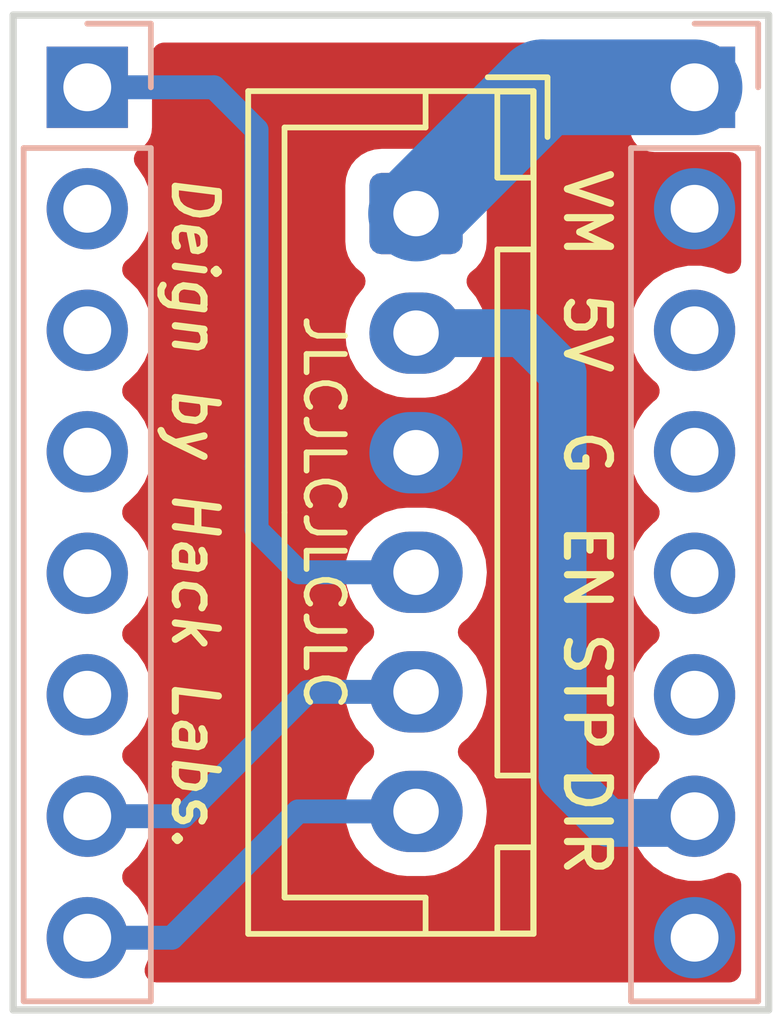
<source format=kicad_pcb>
(kicad_pcb (version 20171130) (host pcbnew "(5.1.6)-1")

  (general
    (thickness 1.6)
    (drawings 12)
    (tracks 34)
    (zones 0)
    (modules 3)
    (nets 16)
  )

  (page A4)
  (layers
    (0 F.Cu signal)
    (31 B.Cu signal)
    (32 B.Adhes user)
    (33 F.Adhes user)
    (34 B.Paste user)
    (35 F.Paste user)
    (36 B.SilkS user)
    (37 F.SilkS user)
    (38 B.Mask user)
    (39 F.Mask user)
    (40 Dwgs.User user)
    (41 Cmts.User user)
    (42 Eco1.User user)
    (43 Eco2.User user)
    (44 Edge.Cuts user)
    (45 Margin user)
    (46 B.CrtYd user hide)
    (47 F.CrtYd user hide)
    (48 B.Fab user)
    (49 F.Fab user hide)
  )

  (setup
    (last_trace_width 0.8)
    (user_trace_width 0.254)
    (user_trace_width 0.3)
    (user_trace_width 0.5)
    (user_trace_width 0.6)
    (user_trace_width 0.8)
    (user_trace_width 1)
    (user_trace_width 2)
    (user_trace_width 2.5)
    (trace_clearance 0.2)
    (zone_clearance 0.5)
    (zone_45_only no)
    (trace_min 0.2)
    (via_size 0.8)
    (via_drill 0.4)
    (via_min_size 0.4)
    (via_min_drill 0.3)
    (user_via 0.8 0.4)
    (user_via 1 0.5)
    (user_via 1.2 0.6)
    (uvia_size 0.3)
    (uvia_drill 0.1)
    (uvias_allowed no)
    (uvia_min_size 0.2)
    (uvia_min_drill 0.1)
    (edge_width 0.15)
    (segment_width 0.2)
    (pcb_text_width 0.3)
    (pcb_text_size 1.5 1.5)
    (mod_edge_width 0.15)
    (mod_text_size 1 1)
    (mod_text_width 0.15)
    (pad_size 1.7 1.95)
    (pad_drill 0.95)
    (pad_to_mask_clearance 0.2)
    (aux_axis_origin 0 0)
    (visible_elements 7FFFFF7F)
    (pcbplotparams
      (layerselection 0x010ff_ffffffff)
      (usegerberextensions false)
      (usegerberattributes false)
      (usegerberadvancedattributes false)
      (creategerberjobfile false)
      (excludeedgelayer true)
      (linewidth 0.100000)
      (plotframeref true)
      (viasonmask false)
      (mode 1)
      (useauxorigin false)
      (hpglpennumber 1)
      (hpglpenspeed 20)
      (hpglpendiameter 15.000000)
      (psnegative false)
      (psa4output false)
      (plotreference true)
      (plotvalue false)
      (plotinvisibletext false)
      (padsonsilk false)
      (subtractmaskfromsilk false)
      (outputformat 1)
      (mirror false)
      (drillshape 0)
      (scaleselection 1)
      (outputdirectory "转接板_Gerber/"))
  )

  (net 0 "")
  (net 1 /DIR)
  (net 2 "Net-(P1-Pad2)")
  (net 3 "Net-(P1-Pad3)")
  (net 4 "Net-(P1-Pad4)")
  (net 5 "Net-(P1-Pad5)")
  (net 6 "Net-(P1-Pad6)")
  (net 7 /STEP)
  (net 8 /EN)
  (net 9 /V_MOT)
  (net 10 /VDD)
  (net 11 "Net-(P2-Pad6)")
  (net 12 "Net-(P2-Pad5)")
  (net 13 "Net-(P2-Pad4)")
  (net 14 "Net-(P2-Pad3)")
  (net 15 /GND)

  (net_class Default 这是默认网络组.
    (clearance 0.2)
    (trace_width 0.28)
    (via_dia 0.8)
    (via_drill 0.4)
    (uvia_dia 0.3)
    (uvia_drill 0.1)
    (add_net /DIR)
    (add_net /EN)
    (add_net /GND)
    (add_net /STEP)
    (add_net /VDD)
    (add_net /V_MOT)
    (add_net "Net-(P1-Pad2)")
    (add_net "Net-(P1-Pad3)")
    (add_net "Net-(P1-Pad4)")
    (add_net "Net-(P1-Pad5)")
    (add_net "Net-(P1-Pad6)")
    (add_net "Net-(P2-Pad3)")
    (add_net "Net-(P2-Pad4)")
    (add_net "Net-(P2-Pad5)")
    (add_net "Net-(P2-Pad6)")
  )

  (module Connector_JST:JST_XH_B6B-XH-A_1x06_P2.50mm_Vertical (layer F.Cu) (tedit 5F34E793) (tstamp 5F354069)
    (at 100.525 93.75 270)
    (descr "JST XH series connector, B6B-XH-A (http://www.jst-mfg.com/product/pdf/eng/eXH.pdf), generated with kicad-footprint-generator")
    (tags "connector JST XH vertical")
    (path /5F350870)
    (fp_text reference J1 (at 6.25 -3.55 270) (layer F.SilkS) hide
      (effects (font (size 1 1) (thickness 0.15)))
    )
    (fp_text value Conn_01x06_Male (at 6.25 4.6 270) (layer F.Fab) hide
      (effects (font (size 1 1) (thickness 0.15)))
    )
    (fp_line (start -2.85 -2.75) (end -2.85 -1.5) (layer F.SilkS) (width 0.12))
    (fp_line (start -1.6 -2.75) (end -2.85 -2.75) (layer F.SilkS) (width 0.12))
    (fp_line (start 14.3 2.75) (end 6.25 2.75) (layer F.SilkS) (width 0.12))
    (fp_line (start 14.3 -0.2) (end 14.3 2.75) (layer F.SilkS) (width 0.12))
    (fp_line (start 15.05 -0.2) (end 14.3 -0.2) (layer F.SilkS) (width 0.12))
    (fp_line (start -1.8 2.75) (end 6.25 2.75) (layer F.SilkS) (width 0.12))
    (fp_line (start -1.8 -0.2) (end -1.8 2.75) (layer F.SilkS) (width 0.12))
    (fp_line (start -2.55 -0.2) (end -1.8 -0.2) (layer F.SilkS) (width 0.12))
    (fp_line (start 15.05 -2.45) (end 13.25 -2.45) (layer F.SilkS) (width 0.12))
    (fp_line (start 15.05 -1.7) (end 15.05 -2.45) (layer F.SilkS) (width 0.12))
    (fp_line (start 13.25 -1.7) (end 15.05 -1.7) (layer F.SilkS) (width 0.12))
    (fp_line (start 13.25 -2.45) (end 13.25 -1.7) (layer F.SilkS) (width 0.12))
    (fp_line (start -0.75 -2.45) (end -2.55 -2.45) (layer F.SilkS) (width 0.12))
    (fp_line (start -0.75 -1.7) (end -0.75 -2.45) (layer F.SilkS) (width 0.12))
    (fp_line (start -2.55 -1.7) (end -0.75 -1.7) (layer F.SilkS) (width 0.12))
    (fp_line (start -2.55 -2.45) (end -2.55 -1.7) (layer F.SilkS) (width 0.12))
    (fp_line (start 11.75 -2.45) (end 0.75 -2.45) (layer F.SilkS) (width 0.12))
    (fp_line (start 11.75 -1.7) (end 11.75 -2.45) (layer F.SilkS) (width 0.12))
    (fp_line (start 0.75 -1.7) (end 11.75 -1.7) (layer F.SilkS) (width 0.12))
    (fp_line (start 0.75 -2.45) (end 0.75 -1.7) (layer F.SilkS) (width 0.12))
    (fp_line (start 0 -1.35) (end 0.625 -2.35) (layer F.Fab) (width 0.1))
    (fp_line (start -0.625 -2.35) (end 0 -1.35) (layer F.Fab) (width 0.1))
    (fp_line (start 15.45 -2.85) (end -2.95 -2.85) (layer F.CrtYd) (width 0.05))
    (fp_line (start 15.45 3.9) (end 15.45 -2.85) (layer F.CrtYd) (width 0.05))
    (fp_line (start -2.95 3.9) (end 15.45 3.9) (layer F.CrtYd) (width 0.05))
    (fp_line (start -2.95 -2.85) (end -2.95 3.9) (layer F.CrtYd) (width 0.05))
    (fp_line (start 15.06 -2.46) (end -2.56 -2.46) (layer F.SilkS) (width 0.12))
    (fp_line (start 15.06 3.51) (end 15.06 -2.46) (layer F.SilkS) (width 0.12))
    (fp_line (start -2.56 3.51) (end 15.06 3.51) (layer F.SilkS) (width 0.12))
    (fp_line (start -2.56 -2.46) (end -2.56 3.51) (layer F.SilkS) (width 0.12))
    (fp_line (start 14.95 -2.35) (end -2.45 -2.35) (layer F.Fab) (width 0.1))
    (fp_line (start 14.95 3.4) (end 14.95 -2.35) (layer F.Fab) (width 0.1))
    (fp_line (start -2.45 3.4) (end 14.95 3.4) (layer F.Fab) (width 0.1))
    (fp_line (start -2.45 -2.35) (end -2.45 3.4) (layer F.Fab) (width 0.1))
    (fp_text user %R (at 6.25 2.7 270) (layer F.Fab) hide
      (effects (font (size 1 1) (thickness 0.15)))
    )
    (pad 1 thru_hole roundrect (at 0 0 270) (size 1.7 1.95) (drill 0.95) (layers *.Cu *.Mask) (roundrect_rratio 0.147)
      (net 9 /V_MOT))
    (pad 2 thru_hole oval (at 2.5 0 270) (size 1.7 1.95) (drill 0.95) (layers *.Cu *.Mask)
      (net 10 /VDD))
    (pad 3 thru_hole oval (at 5 0 270) (size 1.7 1.95) (drill 0.95) (layers *.Cu *.Mask)
      (net 15 /GND))
    (pad 4 thru_hole oval (at 7.5 0 270) (size 1.7 1.95) (drill 0.95) (layers *.Cu *.Mask)
      (net 8 /EN))
    (pad 5 thru_hole oval (at 10 0 270) (size 1.7 1.95) (drill 0.95) (layers *.Cu *.Mask)
      (net 7 /STEP))
    (pad 6 thru_hole oval (at 12.5 0 270) (size 1.7 1.95) (drill 0.95) (layers *.Cu *.Mask)
      (net 1 /DIR))
    (model ${KISYS3DMOD}/Connector_JST.3dshapes/JST_XH_B6B-XH-A_1x06_P2.50mm_Vertical.wrl
      (at (xyz 0 0 0))
      (scale (xyz 1 1 1))
      (rotate (xyz 0 0 0))
    )
  )

  (module Connector_PinHeader_2.54mm:PinHeader_1x08_P2.54mm_Vertical (layer B.Cu) (tedit 59FED5CC) (tstamp 5F354085)
    (at 93.65 91.11 180)
    (descr "Through hole straight pin header, 1x08, 2.54mm pitch, single row")
    (tags "Through hole pin header THT 1x08 2.54mm single row")
    (path /5E21657D)
    (fp_text reference P1 (at 0 2.33 180) (layer B.SilkS) hide
      (effects (font (size 1 1) (thickness 0.15)) (justify mirror))
    )
    (fp_text value Conn_01x08_Male (at 0 -20.11 180) (layer B.Fab) hide
      (effects (font (size 1 1) (thickness 0.15)) (justify mirror))
    )
    (fp_line (start 1.8 1.8) (end -1.8 1.8) (layer B.CrtYd) (width 0.05))
    (fp_line (start 1.8 -19.55) (end 1.8 1.8) (layer B.CrtYd) (width 0.05))
    (fp_line (start -1.8 -19.55) (end 1.8 -19.55) (layer B.CrtYd) (width 0.05))
    (fp_line (start -1.8 1.8) (end -1.8 -19.55) (layer B.CrtYd) (width 0.05))
    (fp_line (start -1.33 1.33) (end 0 1.33) (layer B.SilkS) (width 0.12))
    (fp_line (start -1.33 0) (end -1.33 1.33) (layer B.SilkS) (width 0.12))
    (fp_line (start -1.33 -1.27) (end 1.33 -1.27) (layer B.SilkS) (width 0.12))
    (fp_line (start 1.33 -1.27) (end 1.33 -19.11) (layer B.SilkS) (width 0.12))
    (fp_line (start -1.33 -1.27) (end -1.33 -19.11) (layer B.SilkS) (width 0.12))
    (fp_line (start -1.33 -19.11) (end 1.33 -19.11) (layer B.SilkS) (width 0.12))
    (fp_line (start -1.27 0.635) (end -0.635 1.27) (layer B.Fab) (width 0.1))
    (fp_line (start -1.27 -19.05) (end -1.27 0.635) (layer B.Fab) (width 0.1))
    (fp_line (start 1.27 -19.05) (end -1.27 -19.05) (layer B.Fab) (width 0.1))
    (fp_line (start 1.27 1.27) (end 1.27 -19.05) (layer B.Fab) (width 0.1))
    (fp_line (start -0.635 1.27) (end 1.27 1.27) (layer B.Fab) (width 0.1))
    (fp_text user %R (at 0 -8.89 90) (layer B.Fab)
      (effects (font (size 1 1) (thickness 0.15)) (justify mirror))
    )
    (pad 1 thru_hole rect (at 0 0 180) (size 1.7 1.7) (drill 1) (layers *.Cu *.Mask)
      (net 8 /EN))
    (pad 2 thru_hole oval (at 0 -2.54 180) (size 1.7 1.7) (drill 1) (layers *.Cu *.Mask)
      (net 2 "Net-(P1-Pad2)"))
    (pad 3 thru_hole oval (at 0 -5.08 180) (size 1.7 1.7) (drill 1) (layers *.Cu *.Mask)
      (net 3 "Net-(P1-Pad3)"))
    (pad 4 thru_hole oval (at 0 -7.62 180) (size 1.7 1.7) (drill 1) (layers *.Cu *.Mask)
      (net 4 "Net-(P1-Pad4)"))
    (pad 5 thru_hole oval (at 0 -10.16 180) (size 1.7 1.7) (drill 1) (layers *.Cu *.Mask)
      (net 5 "Net-(P1-Pad5)"))
    (pad 6 thru_hole oval (at 0 -12.7 180) (size 1.7 1.7) (drill 1) (layers *.Cu *.Mask)
      (net 6 "Net-(P1-Pad6)"))
    (pad 7 thru_hole oval (at 0 -15.24 180) (size 1.7 1.7) (drill 1) (layers *.Cu *.Mask)
      (net 7 /STEP))
    (pad 8 thru_hole oval (at 0 -17.78 180) (size 1.7 1.7) (drill 1) (layers *.Cu *.Mask)
      (net 1 /DIR))
    (model ${KISYS3DMOD}/Connector_PinHeader_2.54mm.3dshapes/PinHeader_1x08_P2.54mm_Vertical.wrl
      (at (xyz 0 0 0))
      (scale (xyz 1 1 1))
      (rotate (xyz 0 0 0))
    )
  )

  (module Connector_PinHeader_2.54mm:PinHeader_1x08_P2.54mm_Vertical (layer B.Cu) (tedit 59FED5CC) (tstamp 5F3540A1)
    (at 106.35 91.11 180)
    (descr "Through hole straight pin header, 1x08, 2.54mm pitch, single row")
    (tags "Through hole pin header THT 1x08 2.54mm single row")
    (path /5F34E30B)
    (fp_text reference P2 (at 0 2.33 180) (layer B.SilkS) hide
      (effects (font (size 1 1) (thickness 0.15)) (justify mirror))
    )
    (fp_text value Conn_01x08_Male (at 0 -20.11 180) (layer B.Fab) hide
      (effects (font (size 1 1) (thickness 0.15)) (justify mirror))
    )
    (fp_text user %R (at 0 -8.89 90) (layer B.Fab)
      (effects (font (size 1 1) (thickness 0.15)) (justify mirror))
    )
    (fp_line (start -0.635 1.27) (end 1.27 1.27) (layer B.Fab) (width 0.1))
    (fp_line (start 1.27 1.27) (end 1.27 -19.05) (layer B.Fab) (width 0.1))
    (fp_line (start 1.27 -19.05) (end -1.27 -19.05) (layer B.Fab) (width 0.1))
    (fp_line (start -1.27 -19.05) (end -1.27 0.635) (layer B.Fab) (width 0.1))
    (fp_line (start -1.27 0.635) (end -0.635 1.27) (layer B.Fab) (width 0.1))
    (fp_line (start -1.33 -19.11) (end 1.33 -19.11) (layer B.SilkS) (width 0.12))
    (fp_line (start -1.33 -1.27) (end -1.33 -19.11) (layer B.SilkS) (width 0.12))
    (fp_line (start 1.33 -1.27) (end 1.33 -19.11) (layer B.SilkS) (width 0.12))
    (fp_line (start -1.33 -1.27) (end 1.33 -1.27) (layer B.SilkS) (width 0.12))
    (fp_line (start -1.33 0) (end -1.33 1.33) (layer B.SilkS) (width 0.12))
    (fp_line (start -1.33 1.33) (end 0 1.33) (layer B.SilkS) (width 0.12))
    (fp_line (start -1.8 1.8) (end -1.8 -19.55) (layer B.CrtYd) (width 0.05))
    (fp_line (start -1.8 -19.55) (end 1.8 -19.55) (layer B.CrtYd) (width 0.05))
    (fp_line (start 1.8 -19.55) (end 1.8 1.8) (layer B.CrtYd) (width 0.05))
    (fp_line (start 1.8 1.8) (end -1.8 1.8) (layer B.CrtYd) (width 0.05))
    (pad 8 thru_hole oval (at 0 -17.78 180) (size 1.7 1.7) (drill 1) (layers *.Cu *.Mask)
      (net 15 /GND))
    (pad 7 thru_hole oval (at 0 -15.24 180) (size 1.7 1.7) (drill 1) (layers *.Cu *.Mask)
      (net 10 /VDD))
    (pad 6 thru_hole oval (at 0 -12.7 180) (size 1.7 1.7) (drill 1) (layers *.Cu *.Mask)
      (net 11 "Net-(P2-Pad6)"))
    (pad 5 thru_hole oval (at 0 -10.16 180) (size 1.7 1.7) (drill 1) (layers *.Cu *.Mask)
      (net 12 "Net-(P2-Pad5)"))
    (pad 4 thru_hole oval (at 0 -7.62 180) (size 1.7 1.7) (drill 1) (layers *.Cu *.Mask)
      (net 13 "Net-(P2-Pad4)"))
    (pad 3 thru_hole oval (at 0 -5.08 180) (size 1.7 1.7) (drill 1) (layers *.Cu *.Mask)
      (net 14 "Net-(P2-Pad3)"))
    (pad 2 thru_hole oval (at 0 -2.54 180) (size 1.7 1.7) (drill 1) (layers *.Cu *.Mask)
      (net 15 /GND))
    (pad 1 thru_hole rect (at 0 0 180) (size 1.7 1.7) (drill 1) (layers *.Cu *.Mask)
      (net 9 /V_MOT))
    (model ${KISYS3DMOD}/Connector_PinHeader_2.54mm.3dshapes/PinHeader_1x08_P2.54mm_Vertical.wrl
      (at (xyz 0 0 0))
      (scale (xyz 1 1 1))
      (rotate (xyz 0 0 0))
    )
  )

  (gr_text "Deign by Hack Labs." (at 95.9 100 270) (layer F.SilkS) (tstamp 5F355A23)
    (effects (font (size 0.9 0.9) (thickness 0.15) italic))
  )
  (gr_text DIR (at 104.1 106.45 270) (layer F.SilkS) (tstamp 5F35578B)
    (effects (font (size 0.9 0.9) (thickness 0.15)))
  )
  (gr_text STP (at 104.1 103.75 270) (layer F.SilkS) (tstamp 5F355789)
    (effects (font (size 0.9 0.9) (thickness 0.15)))
  )
  (gr_text EN (at 104.1 101.15 270) (layer F.SilkS) (tstamp 5F355787)
    (effects (font (size 0.9 0.9) (thickness 0.15)))
  )
  (gr_text G (at 104.1 98.75 270) (layer F.SilkS) (tstamp 5F35577D)
    (effects (font (size 0.9 0.9) (thickness 0.15)))
  )
  (gr_text 5V (at 104.1 96.25 270) (layer F.SilkS) (tstamp 5F355779)
    (effects (font (size 0.9 0.9) (thickness 0.15)))
  )
  (gr_text VM (at 104.1 93.75 270) (layer F.SilkS)
    (effects (font (size 0.9 0.9) (thickness 0.15)))
  )
  (gr_line (start 107.9 89.6) (end 92.1 89.6) (angle 90) (layer Edge.Cuts) (width 0.15))
  (gr_line (start 107.9 110.4) (end 107.9 89.6) (angle 90) (layer Edge.Cuts) (width 0.15))
  (gr_line (start 92.1 110.4) (end 107.9 110.4) (angle 90) (layer Edge.Cuts) (width 0.15))
  (gr_line (start 92.1 89.6) (end 92.1 110.4) (angle 90) (layer Edge.Cuts) (width 0.15))
  (gr_text JLCJLCJLCJLC (at 98.6 100 270) (layer F.SilkS)
    (effects (font (size 0.8 0.8) (thickness 0.12)))
  )

  (segment (start 93.65 108.89) (end 95.42 108.89) (width 0.5) (layer B.Cu) (net 1) (status 400000))
  (segment (start 95.42 108.89) (end 98.06 106.25) (width 0.5) (layer B.Cu) (net 1) (tstamp 5F3556B3))
  (segment (start 100.525 106.25) (end 98.06 106.25) (width 0.5) (layer B.Cu) (net 1) (status 400000))
  (segment (start 98.26 103.75) (end 100.525 103.75) (width 0.5) (layer B.Cu) (net 7) (tstamp 5F3555B8) (status 800000))
  (segment (start 93.65 106.35) (end 95.66 106.35) (width 0.5) (layer B.Cu) (net 7) (status 400000))
  (segment (start 95.66 106.35) (end 98.26 103.75) (width 0.5) (layer B.Cu) (net 7) (tstamp 5F3556AE))
  (segment (start 97.19 92.27) (end 97.19 99.03) (width 0.5) (layer B.Cu) (net 8) (tstamp 5F3555AC))
  (segment (start 97.19 99.03) (end 97.19 100.36) (width 0.5) (layer B.Cu) (net 8))
  (segment (start 98.08 101.25) (end 100.525 101.25) (width 0.5) (layer B.Cu) (net 8) (tstamp 5F3555B4) (status 800000))
  (segment (start 97.19 100.36) (end 98.08 101.25) (width 0.5) (layer B.Cu) (net 8) (tstamp 5F3555B3))
  (segment (start 93.65 91.11) (end 96.3 91.11) (width 0.5) (layer B.Cu) (net 8) (status 400000))
  (segment (start 97.19 92) (end 97.19 92.27) (width 0.5) (layer B.Cu) (net 8) (tstamp 5F3556BC))
  (segment (start 96.3 91.11) (end 97.19 92) (width 0.5) (layer B.Cu) (net 8) (tstamp 5F3556BB))
  (segment (start 106.35 91.11) (end 103.165 91.11) (width 2) (layer B.Cu) (net 9) (status 400000))
  (segment (start 103.165 91.11) (end 100.525 93.75) (width 2) (layer B.Cu) (net 9) (tstamp 5F3556C5) (status 800000))
  (segment (start 100.525 96.25) (end 102.75 96.25) (width 1) (layer B.Cu) (net 10) (status 400000))
  (segment (start 104.54 106.49) (end 106.35 106.49) (width 1) (layer B.Cu) (net 10) (tstamp 5F3555C8) (status 800000))
  (segment (start 103.59 105.54) (end 104.54 106.49) (width 1) (layer B.Cu) (net 10) (tstamp 5F3555C7))
  (segment (start 103.59 97.09) (end 103.59 105.54) (width 1) (layer B.Cu) (net 10) (tstamp 5F3555C6))
  (segment (start 102.75 96.25) (end 103.59 97.09) (width 1) (layer B.Cu) (net 10) (tstamp 5F3555C5))
  (segment (start 103.45 96.74) (end 103.45 97.44) (width 0.8) (layer F.Cu) (net 15))
  (segment (start 103.45 97.44) (end 103.45 98.15) (width 0.8) (layer F.Cu) (net 15) (tstamp 5F3555DA))
  (segment (start 103.45 98.15) (end 102.85 98.75) (width 0.8) (layer F.Cu) (net 15) (tstamp 5F3555D6))
  (segment (start 102.85 98.75) (end 100.525 98.75) (width 0.8) (layer F.Cu) (net 15) (tstamp 5F3555D7) (status 800000))
  (segment (start 103.45 97.44) (end 103.45 100.64) (width 0.8) (layer F.Cu) (net 15))
  (segment (start 103.45 100.64) (end 103.45 104.94) (width 0.8) (layer F.Cu) (net 15) (tstamp 5F3556C9))
  (segment (start 103.45 104.94) (end 103.45 108.2) (width 0.8) (layer F.Cu) (net 15))
  (segment (start 104.28 109.03) (end 106.35 109.03) (width 0.8) (layer F.Cu) (net 15) (tstamp 5F3555E3) (status 800000))
  (segment (start 103.45 108.2) (end 104.28 109.03) (width 0.8) (layer F.Cu) (net 15) (tstamp 5F3555E2))
  (segment (start 103.45 96.74) (end 103.45 94.39) (width 0.8) (layer F.Cu) (net 15))
  (segment (start 106.35 93.65) (end 104.19 93.65) (width 0.8) (layer F.Cu) (net 15) (status 400000))
  (segment (start 104.19 93.65) (end 103.45 94.39) (width 0.8) (layer F.Cu) (net 15) (tstamp 5F3556C1))
  (segment (start 103.45 100.64) (end 103.45 99.35) (width 0.8) (layer F.Cu) (net 15))
  (segment (start 103.45 99.35) (end 102.85 98.75) (width 0.8) (layer F.Cu) (net 15) (tstamp 5F3556CB))

  (zone (net 15) (net_name /GND) (layer F.Cu) (tstamp 5F3556CE) (hatch edge 0.508)
    (connect_pads yes (clearance 0.5))
    (min_thickness 0.5)
    (fill yes (arc_segments 32) (thermal_gap 0.42) (thermal_bridge_width 0.6))
    (polygon
      (pts
        (xy 107.9 110.4) (xy 92.1 110.4) (xy 92.1 89.6) (xy 107.9 89.6)
      )
    )
    (filled_polygon
      (pts
        (xy 104.746372 91.96) (xy 104.760853 92.107026) (xy 104.803739 92.248401) (xy 104.873381 92.378693) (xy 104.967105 92.492895)
        (xy 105.081307 92.586619) (xy 105.211599 92.656261) (xy 105.352974 92.699147) (xy 105.5 92.713628) (xy 107.075001 92.713628)
        (xy 107.075001 94.758477) (xy 106.816703 94.651487) (xy 106.507586 94.59) (xy 106.192414 94.59) (xy 105.883297 94.651487)
        (xy 105.592116 94.772098) (xy 105.330059 94.947199) (xy 105.107199 95.170059) (xy 104.932098 95.432116) (xy 104.811487 95.723297)
        (xy 104.75 96.032414) (xy 104.75 96.347586) (xy 104.811487 96.656703) (xy 104.932098 96.947884) (xy 105.107199 97.209941)
        (xy 105.330059 97.432801) (xy 105.370765 97.46) (xy 105.330059 97.487199) (xy 105.107199 97.710059) (xy 104.932098 97.972116)
        (xy 104.811487 98.263297) (xy 104.75 98.572414) (xy 104.75 98.887586) (xy 104.811487 99.196703) (xy 104.932098 99.487884)
        (xy 105.107199 99.749941) (xy 105.330059 99.972801) (xy 105.370765 100) (xy 105.330059 100.027199) (xy 105.107199 100.250059)
        (xy 104.932098 100.512116) (xy 104.811487 100.803297) (xy 104.75 101.112414) (xy 104.75 101.427586) (xy 104.811487 101.736703)
        (xy 104.932098 102.027884) (xy 105.107199 102.289941) (xy 105.330059 102.512801) (xy 105.370765 102.54) (xy 105.330059 102.567199)
        (xy 105.107199 102.790059) (xy 104.932098 103.052116) (xy 104.811487 103.343297) (xy 104.75 103.652414) (xy 104.75 103.967586)
        (xy 104.811487 104.276703) (xy 104.932098 104.567884) (xy 105.107199 104.829941) (xy 105.330059 105.052801) (xy 105.370765 105.08)
        (xy 105.330059 105.107199) (xy 105.107199 105.330059) (xy 104.932098 105.592116) (xy 104.811487 105.883297) (xy 104.75 106.192414)
        (xy 104.75 106.507586) (xy 104.811487 106.816703) (xy 104.932098 107.107884) (xy 105.107199 107.369941) (xy 105.330059 107.592801)
        (xy 105.592116 107.767902) (xy 105.883297 107.888513) (xy 106.192414 107.95) (xy 106.507586 107.95) (xy 106.816703 107.888513)
        (xy 107.075 107.781523) (xy 107.075 109.575) (xy 95.098092 109.575) (xy 95.188513 109.356703) (xy 95.25 109.047586)
        (xy 95.25 108.732414) (xy 95.188513 108.423297) (xy 95.067902 108.132116) (xy 94.892801 107.870059) (xy 94.669941 107.647199)
        (xy 94.629235 107.62) (xy 94.669941 107.592801) (xy 94.892801 107.369941) (xy 95.067902 107.107884) (xy 95.188513 106.816703)
        (xy 95.25 106.507586) (xy 95.25 106.192414) (xy 95.188513 105.883297) (xy 95.067902 105.592116) (xy 94.892801 105.330059)
        (xy 94.669941 105.107199) (xy 94.629235 105.08) (xy 94.669941 105.052801) (xy 94.892801 104.829941) (xy 95.067902 104.567884)
        (xy 95.188513 104.276703) (xy 95.25 103.967586) (xy 95.25 103.652414) (xy 95.188513 103.343297) (xy 95.067902 103.052116)
        (xy 94.892801 102.790059) (xy 94.669941 102.567199) (xy 94.629235 102.54) (xy 94.669941 102.512801) (xy 94.892801 102.289941)
        (xy 95.067902 102.027884) (xy 95.188513 101.736703) (xy 95.25 101.427586) (xy 95.25 101.25) (xy 98.792259 101.25)
        (xy 98.823151 101.563655) (xy 98.914641 101.865256) (xy 99.063212 102.143213) (xy 99.263155 102.386845) (xy 99.401035 102.5)
        (xy 99.263155 102.613155) (xy 99.063212 102.856787) (xy 98.914641 103.134744) (xy 98.823151 103.436345) (xy 98.792259 103.75)
        (xy 98.823151 104.063655) (xy 98.914641 104.365256) (xy 99.063212 104.643213) (xy 99.263155 104.886845) (xy 99.401035 105)
        (xy 99.263155 105.113155) (xy 99.063212 105.356787) (xy 98.914641 105.634744) (xy 98.823151 105.936345) (xy 98.792259 106.25)
        (xy 98.823151 106.563655) (xy 98.914641 106.865256) (xy 99.063212 107.143213) (xy 99.263155 107.386845) (xy 99.506787 107.586788)
        (xy 99.784744 107.735359) (xy 100.086345 107.826849) (xy 100.321403 107.85) (xy 100.728597 107.85) (xy 100.963655 107.826849)
        (xy 101.265256 107.735359) (xy 101.543213 107.586788) (xy 101.786845 107.386845) (xy 101.986788 107.143213) (xy 102.135359 106.865256)
        (xy 102.226849 106.563655) (xy 102.257741 106.25) (xy 102.226849 105.936345) (xy 102.135359 105.634744) (xy 101.986788 105.356787)
        (xy 101.786845 105.113155) (xy 101.648965 105) (xy 101.786845 104.886845) (xy 101.986788 104.643213) (xy 102.135359 104.365256)
        (xy 102.226849 104.063655) (xy 102.257741 103.75) (xy 102.226849 103.436345) (xy 102.135359 103.134744) (xy 101.986788 102.856787)
        (xy 101.786845 102.613155) (xy 101.648965 102.5) (xy 101.786845 102.386845) (xy 101.986788 102.143213) (xy 102.135359 101.865256)
        (xy 102.226849 101.563655) (xy 102.257741 101.25) (xy 102.226849 100.936345) (xy 102.135359 100.634744) (xy 101.986788 100.356787)
        (xy 101.786845 100.113155) (xy 101.543213 99.913212) (xy 101.265256 99.764641) (xy 100.963655 99.673151) (xy 100.728597 99.65)
        (xy 100.321403 99.65) (xy 100.086345 99.673151) (xy 99.784744 99.764641) (xy 99.506787 99.913212) (xy 99.263155 100.113155)
        (xy 99.063212 100.356787) (xy 98.914641 100.634744) (xy 98.823151 100.936345) (xy 98.792259 101.25) (xy 95.25 101.25)
        (xy 95.25 101.112414) (xy 95.188513 100.803297) (xy 95.067902 100.512116) (xy 94.892801 100.250059) (xy 94.669941 100.027199)
        (xy 94.629235 100) (xy 94.669941 99.972801) (xy 94.892801 99.749941) (xy 95.067902 99.487884) (xy 95.188513 99.196703)
        (xy 95.25 98.887586) (xy 95.25 98.572414) (xy 95.188513 98.263297) (xy 95.067902 97.972116) (xy 94.892801 97.710059)
        (xy 94.669941 97.487199) (xy 94.629235 97.46) (xy 94.669941 97.432801) (xy 94.892801 97.209941) (xy 95.067902 96.947884)
        (xy 95.188513 96.656703) (xy 95.25 96.347586) (xy 95.25 96.25) (xy 98.792259 96.25) (xy 98.823151 96.563655)
        (xy 98.914641 96.865256) (xy 99.063212 97.143213) (xy 99.263155 97.386845) (xy 99.506787 97.586788) (xy 99.784744 97.735359)
        (xy 100.086345 97.826849) (xy 100.321403 97.85) (xy 100.728597 97.85) (xy 100.963655 97.826849) (xy 101.265256 97.735359)
        (xy 101.543213 97.586788) (xy 101.786845 97.386845) (xy 101.986788 97.143213) (xy 102.135359 96.865256) (xy 102.226849 96.563655)
        (xy 102.257741 96.25) (xy 102.226849 95.936345) (xy 102.135359 95.634744) (xy 101.986788 95.356787) (xy 101.830198 95.165981)
        (xy 101.959701 95.059701) (xy 102.084503 94.90763) (xy 102.177239 94.734134) (xy 102.234345 94.545879) (xy 102.253628 94.3501)
        (xy 102.253628 93.1499) (xy 102.234345 92.954121) (xy 102.177239 92.765866) (xy 102.084503 92.59237) (xy 101.959701 92.440299)
        (xy 101.80763 92.315497) (xy 101.634134 92.222761) (xy 101.445879 92.165655) (xy 101.2501 92.146372) (xy 99.7999 92.146372)
        (xy 99.604121 92.165655) (xy 99.415866 92.222761) (xy 99.24237 92.315497) (xy 99.090299 92.440299) (xy 98.965497 92.59237)
        (xy 98.872761 92.765866) (xy 98.815655 92.954121) (xy 98.796372 93.1499) (xy 98.796372 94.3501) (xy 98.815655 94.545879)
        (xy 98.872761 94.734134) (xy 98.965497 94.90763) (xy 99.090299 95.059701) (xy 99.219802 95.165981) (xy 99.063212 95.356787)
        (xy 98.914641 95.634744) (xy 98.823151 95.936345) (xy 98.792259 96.25) (xy 95.25 96.25) (xy 95.25 96.032414)
        (xy 95.188513 95.723297) (xy 95.067902 95.432116) (xy 94.892801 95.170059) (xy 94.669941 94.947199) (xy 94.629235 94.92)
        (xy 94.669941 94.892801) (xy 94.892801 94.669941) (xy 95.067902 94.407884) (xy 95.188513 94.116703) (xy 95.25 93.807586)
        (xy 95.25 93.492414) (xy 95.188513 93.183297) (xy 95.067902 92.892116) (xy 94.892801 92.630059) (xy 94.873511 92.610769)
        (xy 94.918693 92.586619) (xy 95.032895 92.492895) (xy 95.126619 92.378693) (xy 95.196261 92.248401) (xy 95.239147 92.107026)
        (xy 95.253628 91.96) (xy 95.253628 90.425) (xy 104.746372 90.425)
      )
    )
  )
)

</source>
